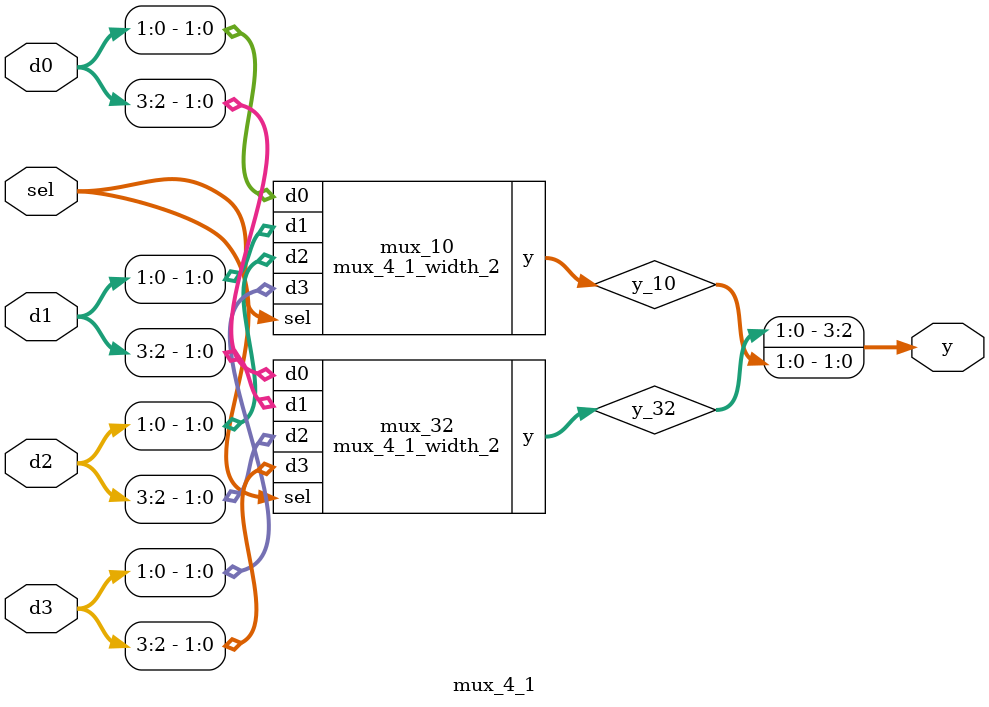
<source format=sv>

module mux_4_1_width_2
(
  // Мультиплексор обрабатывает только 2 битные сигналы
  input  [1:0] d0, d1, d2, d3,
  input  [1:0] sel,
  output [1:0] y
);


// Это решение 1 задания
// только тут оно немного другое 
  assign y = sel [1] ? (sel [0] ? d3 : d2)
                     : (sel [0] ? d1 : d0);

endmodule

//----------------------------------------------------------------------------
// Task
//----------------------------------------------------------------------------

module mux_4_1
(
  // 4 битные сигналы
  input  [3:0] d0, d1, d2, d3,
  input  [1:0] sel,
  output [3:0] y
);

  // Task:
  // Implement mux_4_1 with 4-bit data
  // using two instances of mux_4_1_width_2 with 2-bit data
   

   // Суть задания в том, что у нас есть 4 битные сигналы
   // Но наш мультиплексор обрабатывает только 2 бита

    // Решение состоит в том, что мы разобьём 4 битный сигнал на
    // два 2 битных, каждый из которых обработаем мультиплексором.
    // Затем два 2 битных сигнала соединим в один 4 битный

    // Хранение частей 4 битного сигнала
    wire [1:0] y_10;  
    wire [1:0] y_32; 


    // Обработка двух частоей сигнала
    mux_4_1_width_2 mux_10 (
        .d0(d0[1:0]), 
        .d1(d1[1:0]), 
        .d2(d2[1:0]), 
        .d3(d3[1:0]), 
        .sel(sel),    
        .y(y_10)     
        );

    mux_4_1_width_2 mux_32 (
        .d0(d0[3:2]), 
        .d1(d1[3:2]), 
        .d2(d2[3:2]), 
        .d3(d3[3:2]), 
        .sel(sel),    
        .y(y_32)    
        );

    // конкатенация в один сигнал
    assign y = {y_32, y_10}; // { [3:2], [1:0] }



endmodule

</source>
